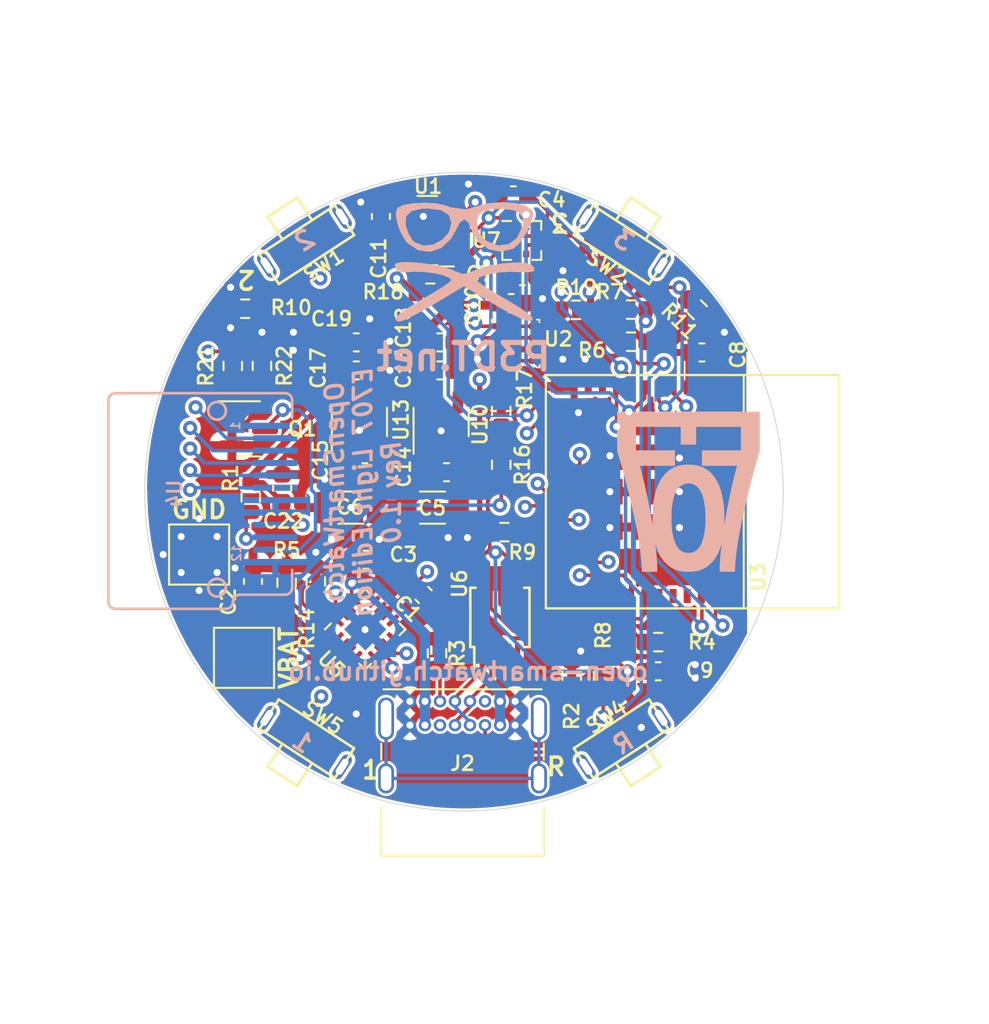
<source format=kicad_pcb>
(kicad_pcb (version 20210228) (generator pcbnew)
  (title_block (title "Open-Smartwatch-Light") (date "2021-02-18") (rev "3.3"))
  (layers (0 "F.Cu" power) (1 "In1.Cu" signal) (2 "In2.Cu" signal) (31 "B.Cu" signal) (34 "B.Paste" user) (35 "F.Paste" user) (36 "B.SilkS" user "B.Silkscreen") (37 "F.SilkS" user "F.Silkscreen") (38 "B.Mask" user) (39 "F.Mask" user) (44 "Edge.Cuts" user))
  (net 0 "")
  (net 1 "/EN")
  (net 2 "+3V3")
  (net 3 "/FLASH")
  (net 4 "GND")
  (net 5 "/VBUS")
  (net 6 "/VBAT")
  (net 7 "/LEDK")
  (net 8 "/TX")
  (net 9 "/BTN2")
  (net 10 "/BTN3")
  (net 11 "/RX")
  (net 12 "/SCL")
  (net 13 "/SDA")
  (net 14 "/PIN_LED")
  (net 15 "/STAT_PWR")
  (net 16 "/MOSI")
  (net 17 "/IO34")
  (net 18 "/IO35")
  (net 19 "Net-(R1-Pad2)")
  (net 20 "Net-(R4-Pad1)")
  (net 21 "/B_MON")
  (net 22 "/RTC_INT")
  (net 23 "/TFT_DC")
  (net 24 "/TFT_CS")
  (net 25 "/TFT_RST")
  (net 26 "Net-(R5-Pad1)")
  (net 27 "Net-(J2-PadA5)")
  (net 28 "Net-(C7-Pad1)")
  (net 41 "/SCK")
  (net 42 "/VCC")
  (net 43 "/3V3_2")
  (net 44 "Net-(Q1-Pad1)")
  (net 48 "/D_P")
  (net 49 "/D_N")
  (net 52 "Net-(J2-PadB5)")
  (net 53 "unconnected-(J2-PadS1)")
  (net 58 "Net-(R14-Pad2)")
  (net 62 "/DRDY_MAG")
  (footprint "open-Smartwatch:button_side_smd" (layer "F.Cu") (at 85.09 115.57 -57)
    (fp_text reference "SW4")
    (fp_text value "SW_Push")
  )
  (footprint "open-Smartwatch:button_side_smd" (layer "F.Cu") (at 67.31 115.57 -123)
    (fp_text reference "SW5")
    (fp_text value "SW_Push")
  )
  (footprint "Resistor_SMD:R_0603_1608Metric" (layer "F.Cu") (at 78.486 103.886)
    (fp_text reference "R9")
    (fp_text value "10k")
  )
  (footprint "Capacitor_SMD:C_0603_1608Metric" (layer "F.Cu") (at 64.262 106.68 90)
    (fp_text reference "C2")
    (fp_text value "4.7uF")
  )
  (footprint "Resistor_SMD:R_0603_1608Metric" (layer "F.Cu") (at 87.185 110.109)
    (fp_text reference "R4")
    (fp_text value "470R")
  )
  (footprint "Resistor_SMD:R_0603_1608Metric" (layer "F.Cu") (at 89.408 91.313 -45)
    (fp_text reference "R11")
    (fp_text value "10k")
  )
  (footprint "Resistor_SMD:R_0603_1608Metric" (layer "F.Cu") (at 85.6493 93.1164 180)
    (fp_text reference "R6")
    (fp_text value "1k")
  )
  (footprint "Resistor_SMD:R_0603_1608Metric" (layer "F.Cu") (at 85.6493 91.3003)
    (fp_text reference "R7")
    (fp_text value "1k")
  )
  (footprint "Capacitor_SMD:C_0603_1608Metric" (layer "F.Cu") (at 89.662 93.726)
    (fp_text reference "C8")
    (fp_text value "0.1u")
  )
  (footprint "Capacitor_SMD:C_0603_1608Metric" (layer "F.Cu") (at 87.185 111.76)
    (fp_text reference "C9")
    (fp_text value "0.1u")
  )
  (footprint "Capacitor_SMD:C_0603_1608Metric" (layer "F.Cu") (at 71.501 86.03 90)
    (fp_text reference "C11")
    (fp_text value "0.1u")
  )
  (footprint "Resistor_SMD:R_0603_1608Metric" (layer "F.Cu") (at 82.5378 91.313 180)
    (fp_text reference "R19")
    (fp_text value "220k")
  )
  (footprint "open-Smartwatch:button_side_smd" (layer "F.Cu") (at 67.31 87.63 123)
    (fp_text reference "SW1")
    (fp_text value "SW_Push")
  )
  (footprint "open-Smartwatch:MSOP-10_3x3mm_P0.5mm" (layer "F.Cu") (at 78.232 108.712 90)
    (fp_text reference "U6")
    (fp_text value "CH340E")
  )
  (footprint "Capacitor_SMD:C_0603_1608Metric" (layer "F.Cu") (at 70.65 105.45)
    (fp_text reference "C3")
    (fp_text value "1uF")
  )
  (footprint "Resistor_SMD:R_0603_1608Metric" (layer "F.Cu") (at 84.074 112.014 -90)
    (fp_text reference "R8")
    (fp_text value "10k")
  )
  (footprint "Capacitor_SMD:C_1206_3216Metric" (layer "F.Cu") (at 74.422 102.5)
    (fp_text reference "C5")
    (fp_text value "100u")
  )
  (footprint "Capacitor_SMD:C_0603_1608Metric" (layer "F.Cu") (at 75.2124 100.5)
    (fp_text reference "C14")
    (fp_text value "0.1u")
  )
  (footprint "Capacitor_SMD:C_0603_1608Metric" (layer "F.Cu") (at 74.8284 94.742)
    (fp_text reference "C16")
    (fp_text value "4.7u")
  )
  (footprint "Capacitor_SMD:C_0603_1608Metric" (layer "F.Cu") (at 74.8284 93.1545)
    (fp_text reference "C18")
    (fp_text value "0.1u")
  )
  (footprint "Package_TO_SOT_SMD:SOT-23-5" (layer "F.Cu") (at 74.9076 97.6575 90)
    (fp_text reference "U10")
    (fp_text value "XC6209")
  )
  (footprint "Resistor_SMD:R_0603_1608Metric" (layer "F.Cu") (at 74.295 90.348)
    (fp_text reference "R18")
    (fp_text value "2.2K")
  )
  (footprint "Resistor_SMD:R_0603_1608Metric" (layer "F.Cu") (at 64.135 101.917 -90)
    (fp_text reference "R1")
    (fp_text value "22")
  )
  (footprint "Resistor_SMD:R_0603_1608Metric" (layer "F.Cu") (at 63.119 94.488 90)
    (fp_text reference "R21")
    (fp_text value "10k")
  )
  (footprint "Resistor_SMD:R_0603_1608Metric" (layer "F.Cu") (at 64.77 94.488 -90)
    (fp_text reference "R22")
    (fp_text value "1M")
  )
  (footprint "Capacitor_SMD:C_0603_1608Metric" (layer "F.Cu") (at 65.913 101.409 90)
    (fp_text reference "C22")
    (fp_text value "0.1u")
  )
  (footprint "Package_TO_SOT_SMD:SOT-23" (layer "F.Cu") (at 64.008 98.044)
    (fp_text reference "Q1")
    (fp_text value "2N7002")
  )
  (footprint "Resistor_SMD:R_0603_1608Metric" (layer "F.Cu") (at 67.818 106.68 -90)
    (fp_text reference "R14")
    (fp_text value "510R")
  )
  (footprint "Resistor_SMD:R_0603_1608Metric" (layer "F.Cu") (at 78.308 97.028 90)
    (fp_text reference "R17")
    (fp_text value "10k")
  )
  (footprint "open-Smartwatch:button_side_smd" (layer "F.Cu") (at 85.09 87.63 57)
    (fp_text reference "SW2")
    (fp_text value "SW_Push")
  )
  (footprint "Capacitor_SMD:C_0603_1608Metric" (layer "F.Cu") (at 70.5896 100.5)
    (fp_text reference "C15")
    (fp_text value "0.1u")
  )
  (footprint "Capacitor_SMD:C_0603_1608Metric" (layer "F.Cu") (at 70.104 94.742)
    (fp_text reference "C17")
    (fp_text value "4.7u")
  )
  (footprint "Capacitor_SMD:C_1206_3216Metric" (layer "F.Cu") (at 69.7992 102.5 180)
    (fp_text reference "C6")
    (fp_text value "100u")
  )
  (footprint "Capacitor_SMD:C_0603_1608Metric" (layer "F.Cu") (at 70.104 93.1545)
    (fp_text reference "C19")
    (fp_text value "0.1u")
  )
  (footprint "Package_TO_SOT_SMD:SOT-23-5" (layer "F.Cu") (at 70.2848 97.6575 90)
    (fp_text reference "U13")
    (fp_text value "XC6209")
  )
  (footprint "Resistor_SMD:R_0603_1608Metric" (layer "F.Cu") (at 63.8175 91.2495 180)
    (fp_text reference "R10")
    (fp_text value "10k")
  )
  (footprint "Resistor_SMD:R_0603_1608Metric" (layer "F.Cu") (at 78.308 100.076 90)
    (fp_text reference "R16")
    (fp_text value "200k")
  )
  (footprint "Resistor_SMD:R_0603_1608Metric" (layer "F.Cu") (at 74.676 110.744 -90)
    (fp_text reference "R3")
    (fp_text value "5k1")
  )
  (footprint "TestPoint:TestPoint_Pad_3.0x3.0mm" (layer "F.Cu") (at 61.214 105.156 -90)
    (fp_text reference "TP2" hide)
    (fp_text value "BATT-VCC")
  )
  (footprint "Resistor_SMD:R_0603_1608Metric" (layer "F.Cu") (at 82.296 112.014 -90)
    (fp_text reference "R2")
    (fp_text value "5k1")
  )
  (footprint "Package_LGA:Bosch_LGA-8_2.5x2.5mm_P0.65mm_ClockwisePinNumbering" (layer "F.Cu") (at 79.121 93.218 90)
    (fp_text reference "U2")
    (fp_text value "BME280")
  )
  (footprint "Capacitor_SMD:C_0603_1608Metric" (layer "F.Cu") (at 79.502 89.408)
    (fp_text reference "C7")
    (fp_text value "220nF")
  )
  (footprint "open-Smartwatch:ESP32-PICO-MINI-02" (layer "F.Cu") (at 86.43 101.6 -90)
    (fp_text reference "U3")
    (fp_text value "ESP32-PICO-MINI-02")
  )
  (footprint "Capacitor_SMD:C_0603_1608Metric" (layer "F.Cu") (at 78.994 84.836 180)
    (fp_text reference "C4")
    (fp_text value "0.1u")
  )
  (footprint "Connector_USB:USB_C_Receptacle_GCT_USB4085" (layer "F.Cu") (at 73.142 113.458)
    (fp_text reference "J2")
    (fp_text value "USB_C_Receptacle_USB2.0")
  )
  (footprint "Capacitor_SMD:C_0603_1608Metric" (layer "F.Cu") (at 73.914 107.442 135)
    (fp_text reference "C1")
    (fp_text value "4.7uF")
  )
  (footprint "TestPoint:TestPoint_Pad_3.0x3.0mm" (layer "F.Cu") (at 63.754 110.998 -90)
    (fp_text reference "TP1" hide)
    (fp_text value "BATT-VCC")
  )
  (footprint "Resistor_SMD:R_0603_1608Metric" (layer "F.Cu") (at 66.167 106.743 90)
    (fp_text reference "R5")
    (fp_text value "10k")
  )
  (footprint "Package_LGA:LGA-12_2x2mm_P0.5mm" (layer "F.Cu") (at 79.472 87.388)
    (fp_text reference "U7")
    (fp_text value "LSM303C")
  )
  (footprint "Package_SON:RTC_SMD_MicroCrystal_C3_2.5x3.7mm" (layer "F.Cu") (at 74.125 86.83 180)
    (fp_text reference "U1")
    (fp_text value "RV-8523-C3")
  )
  (footprint "Capacitor_SMD:C_0603_1608Metric" (layer "F.Cu") (at 78.867 90.932)
    (fp_text reference "C10")
    (fp_text value "0.1u")
  )
  (footprint "Package_DFN_QFN:VQFN-16-1EP_3x3mm_P0.5mm_EP1.68x1.68mm_ThermalVias" (layer "F.Cu") (at 70.612 109.38803 45)
    (fp_text reference "U5")
    (fp_text value "BQ24230RGT")
  )
  (footprint "open-Smartwatch:GC9A01_IPS_display" (layer "B.Cu") (at 65.278 101.727 -90)
    (fp_text reference "U4")
    (fp_text value "GC9A01_IPS_display")
  )
  (footprint "open-Smartwatch:new_707_logo_10x11" (layer "B.Cu") (at 88.9 101.6 180)
    (fp_text reference "G***" hide)
    (fp_text value "LOGO" hide)
  )
  (footprint "footprints:p3dt_tiny" (layer "B.Cu") (at 76.2 88.6 180)
    (fp_text reference "G***" hide)
    (fp_text value "LOGO" hide)
  )
  (gr_arc (start 76.2 101.6) (end 94.262597 101.6) (angle -90) (layer "Edge.Cuts") (width 0.05))
  (gr_arc (start 76.2 101.6) (end 58.137403 101.6) (angle -90) (layer "Edge.Cuts") (width 0.05))
  (gr_arc (start 76.2 101.6) (end 76.2 83.537403) (angle -90) (layer "Edge.Cuts") (width 0.05))
  (gr_arc (start 76.2 101.6) (end 76.2 119.662597) (angle -90) (layer "Edge.Cuts") (width 0.05))
  (gr_text "1" (at 67.056 115.7605 -33) (layer "B.SilkS") (effects (font (size 1 1) (thickness 0.2)) (justify mirror)))
  (gr_text "P3DT.net" (at 76.1746 93.98) (layer "B.SilkS") (effects (font (size 1.5 1.5) (thickness 0.3)) (justify mirror)))
  (gr_text "R" (at 85.217 115.824 33) (layer "B.SilkS") (effects (font (size 1 1) (thickness 0.2)) (justify mirror)))
  (gr_text "3" (at 85.217 87.376 -33) (layer "B.SilkS") (effects (font (size 1 1) (thickness 0.2)) (justify mirror)))
  (gr_text "2" (at 67.183 87.376 33) (layer "B.SilkS") (effects (font (size 1 1) (thickness 0.2)) (justify mirror)))
  (gr_text "open-smartwatch.github.io" (at 76.4413 111.76) (layer "B.SilkS") (effects (font (size 1 1) (thickness 0.2)) (justify mirror)))
  (gr_text "OpenSmartWatch\nE707 Light Edition\nRev 1.0" (at 70.485 101.6 90) (layer "B.SilkS") (effects (font (size 1 1) (thickness 0.2) italic) (justify mirror)))
  (gr_text "GND" (at 61.214 102.616) (layer "F.SilkS") (effects (font (size 1 1) (thickness 0.2))))
  (gr_text "R" (at 81.407 117.1575) (layer "F.SilkS") (effects (font (size 1 1) (thickness 0.2))))
  (gr_text "1" (at 70.9295 117.348) (layer "F.SilkS") (effects (font (size 1 1) (thickness 0.2))))
  (gr_text "3" (at 81.5975 86.36 180) (layer "F.SilkS") (effects (font (size 1 1) (thickness 0.2))))
  (gr_text "2" (at 63.881 89.5985 180) (layer "F.SilkS") (effects (font (size 1 1) (thickness 0.2))))
  (gr_text "VBAT" (at 66.294 110.998 90) (layer "F.SilkS") (effects (font (size 1 1) (thickness 0.2))))
  (segment (start 84.074 114.336694) (end 82.993535 115.417159) (width 0.2) (layer "F.Cu") (net 1))
  (segment (start 84.83 95.7) (end 84.83 97.911) (width 0.2) (layer "F.Cu") (net 1))
  (segment (start 84.83 97.911) (end 84.836 97.917) (width 0.2) (layer "F.Cu") (net 1))
  (segment (start 84.074 112.839) (end 84.074 114.336694) (width 0.2) (layer "F.Cu") (net 1))
  (via (at 84.074 114.336694) (size 0.8) (drill 0.4) (layers "F.Cu" "B.Cu") (net 1))
  (via (at 84.836 97.917) (size 0.8) (drill 0.4) (layers "F.Cu" "B.Cu") (net 1))
  (segment (start 85.979 113.157) (end 86.233 112.903) (width 0.2) (layer "B.Cu") (net 1))
  (segment (start 85.344 98.425) (end 84.836 97.917) (width 0.2) (layer "B.Cu") (net 1))
  (segment (start 85.344 106.553) (end 85.344 103.505) (width 0.2) (layer "B.Cu") (net 1))
  (segment (start 84.799306 114.336694) (end 85.979 113.157) (width 0.2) (layer "B.Cu") (net 1))
  (segment (start 86.233 111.379) (end 86.233 107.442) (width 0.2) (layer "B.Cu") (net 1))
  (segment (start 86.233 107.442) (end 85.471 106.68) (width 0.2) (layer "B.Cu") (net 1))
  (segment (start 85.344 103.505) (end 85.344 98.425) (width 0.2) (layer "B.Cu") (net 1))
  (segment (start 86.233 112.903) (end 86.233 111.379) (width 0.2) (layer "B.Cu") (net 1))
  (segment (start 85.471 106.68) (end 85.344 106.553) (width 0.2) (layer "B.Cu") (net 1))
  (segment (start 84.074 114.336694) (end 84.799306 114.336694) (width 0.2) (layer "B.Cu") (net 1))
  (segment (start 82.250847 87.040153) (end 82.348694 87.138) (width 0.2) (layer "F.Cu") (net 2))
  (segment (start 80.046694 84.836) (end 82.250847 87.040153) (width 0.2) (layer "F.Cu") (net 2))
  (segment (start 75.225 90.243) (end 75.12 90.348) (width 0.2) (layer "F.Cu") (net 2))
  (segment (start 88.83 95.7) (end 88.83 93.783) (width 0.2) (layer "F.Cu") (net 2))
  (segment (start 78.7095 87.4065) (end 77.3125 87.4065) (width 0.4) (layer "F.Cu") (net 2))
  (segment (start 74.0534 93.1545) (end 74.0534 94.742) (width 0.5) (layer "F.Cu") (net 2))
  (segment (start 73.025 86.83) (end 71.526 86.83) (width 0.2) (layer "F.Cu") (net 2))
  (segment (start 83.3628 91.5416) (end 83.6041 91.3003) (width 0.4) (layer "F.Cu") (net 2))
  (segment (start 78.7095 87.138) (end 78.7095 87.638) (width 0.2) (layer "F.Cu") (net 2))
  (segment (start 87.5284 93.1164) (end 88.138 93.726) (width 0.4) (layer "F.Cu") (net 2))
  (segment (start 86.4743 93.1164) (end 86.616662 93.1164) (width 0.4) (layer "F.Cu") (net 2))
  (segment (start 77.661 104.838) (end 77.3811 105.1179) (width 0.2) (layer "F.Cu") (net 2))
  (segment (start 79.289 92.243) (end 80.146 92.243) (width 0.2) (layer "F.Cu") (net 2))
  (segment (start 80.2345 86.7705) (end 80.2345 87.138) (width 0.2) (layer "F.Cu") (net 2))
  (segment (start 77.232 106.512) (end 77.232 105.267) (width 0.2) (layer "F.Cu") (net 2))
  (segment (start 78.092 91.046) (end 79.289 92.243) (width 0.2) (layer "F.Cu") (net 2))
  (segment (start 86.41 111.76) (end 85.4578 111.76) (width 0.2) (layer "F.Cu") (net 2))
  (segment (start 77.3125 87.4065) (end 76.289 88.43) (width 0.4) (layer "F.Cu") (net 2))
  (segment (start 70.384306 86.805) (end 71.501 86.805) (width 0.2) (layer "F.Cu") (net 2))
  (segment (start 77.47 105.029) (end 78.359 105.029) (width 0.2) (layer "F.Cu") (net 2))
  (segment (start 78.092 90.932) (end 78.092 91.046) (width 0.2) (layer "F.Cu") (net 2))
  (segment (start 77.232 105.267) (end 77.3811 105.1179) (width 0.2) (layer "F.Cu") (net 2))
  (segment (start 74.2696 92.3036) (end 75.12 91.4532) (width 0.5) (layer "F.Cu") (net 2))
  (segment (start 83.6041 91.3003) (end 84.5957 91.3003) (width 0.4) (layer "F.Cu") (net 2))
  (segment (start 77.3811 105.1179) (end 77.47 105.029) (width 0.2) (layer "F.Cu") (net 2))
  (segment (start 70.384306 86.805) (end 70.599 86.805) (width 0.2) (layer "F.Cu") (net 2))
  (segment (start 71.526 86.83) (end 71.501 86.805) (width 0.2) (layer "F.Cu") (net 2))
  (segment (start 79.446 92.893) (end 80.146 92.893) (width 0.2) (layer "F.Cu") (net 2))
  (segment (start 75.12 90.348) (end 75.822 91.05) (width 0.5) (layer "F.Cu") (net 2))
  (segment (start 88.138 93.726) (end 88.887 93.726) (width 0.4) (layer "F.Cu") (net 2))
  (segment (start 78.7095 87.138) (end 80.2345 87.138) (width 0.2) (layer "F.Cu") (net 2))
  (segment (start 79.769 84.836) (end 80.046694 84.836) (width 0.2) (layer "F.Cu") (net 2))
  (segment (start 84.074 111.189) (end 84.8868 111.189) (width 0.2) (layer "F.Cu") (net 2))
  (segment (start 74.0534 96.4242) (end 73.9576 96.52) (width 0.5) (layer "F.Cu") (net 2))
  (segment (start 86.4118 93.1164) (end 86.4743 93.1164) (width 0.4) (layer "F.Cu") (net 2))
  (segment (start 82.250847 87.040153) (end 82.993535 87.782841) (width 0.2) (layer "F.Cu") (net 2))
  (segment (start 69.406465 87.782841) (end 70.384306 86.805) (width 0.2) (layer "F.Cu") (net 2))
  (segment (start 84.5957 91.3003) (end 86.4118 93.1164) (width 0.4) (layer "F.Cu") (net 2))
  (segment (start 76.9784 91.05) (end 76.7588 91.05) (width 0.2) (layer "F.Cu") (net 2))
  (segment (start 78.732 105.402) (end 78.732 106.512) (width 0.2) (layer "F.Cu") (net 2))
  (segment (start 80.146 92.243) (end 80.146 92.893) (width 0.2) (layer "F.Cu") (net 2))
  (segment (start 83.3628 88.152106) (end 82.993535 87.782841) (width 0.4) (layer "F.Cu") (net 2))
  (segment (start 74.0534 94.742) (end 74.0534 96.4242) (width 0.5) (layer "F.Cu") (net 2))
  (segment (start 75.12 91.4532) (end 75.12 90.348) (width 0.5) (layer "F.Cu") (net 2))
  (segment (start 77.661 103.886) (end 77.089 103.314) (width 0.3) (layer "F.Cu") (net 2))
  (segment (start 75.225 88.43) (end 75.225 90.243) (width 0.4) (layer "F.Cu") (net 2))
  (segment (start 83.3628 91.5416) (end 83.3628 88.152106) (width 0.4) (layer "F.Cu") (net 2))
  (segment (start 84.8868 111.189) (end 85.4578 111.76) (width 0.2) (layer "F.Cu") (net 2))
  (segment (start 80.146 94.193) (end 79.446 94.193) (width 0.2) (layer "F.Cu") (net 2))
  (segment (start 80.2345 87.138) (end 82.348694 87.138) (width 0.2) (layer "F.Cu") (net 2))
  (segment (start 80.917347 85.706653) (end 80.917347 86.087653) (width 0.2) (layer "F.Cu") (net 2))
  (segment (start 77.089 103.314) (end 77.089 95.25) (width 0.3) (layer "F.Cu") (net 2))
  (segment (start 75.822 91.05) (end 78.1304 91.05) (width 0.5) (layer "F.Cu") (net 2))
  (segment (start 74.2696 92.3036) (end 73.2536 92.3036) (width 0.5) (layer "F.Cu") (net 2))
  (segment (start 73.2536 92.3036) (end 69.406465 88.456465) (width 0.5) (layer "F.Cu") (net 2))
  (segment (start 74.0534 93.1545) (end 74.0534 92.5198) (width 0.5) (layer "F.Cu") (net 2))
  (segment (start 78.096 93.543) (end 78.796 93.543) (width 0.2) (layer "F.Cu") (net 2))
  (segment (start 78.359 105.029) (end 78.732 105.402) (width 0.2) (layer "F.Cu") (net 2))
  (segment (start 78.796 93.543) (end 79.446 92.893) (width 0.2) (layer "F.Cu") (net 2))
  (segment (start 80.917347 86.087653) (end 80.2345 86.7705) (width 0.2) (layer "F.Cu") (net 2))
  (segment (start 69.406465 88.456465) (end 69.406465 87.782841) (width 0.5) (layer "F.Cu") (net 2))
  (segment (start 79.446 94.193) (end 78.796 93.543) (width 0.2) (layer "F.Cu") (net 2))
  (segment (start 77.661 103.886) (end 77.661 104.838) (width 0.2) (layer "F.Cu") (net 2))
  (segment (start 76.289 88.43) (end 75.225 88.43) (width 0.4) (layer "F.Cu") (net 2))
  (segment (start 88.83 93.783) (end 88.887 93.726) (width 0.2) (layer "F.Cu") (net 2))
  (segment (start 74.0534 92.5198) (end 74.2696 92.3036) (width 0.5) (layer "F.Cu") (net 2))
  (segment (start 86.4743 93.1164) (end 87.5284 93.1164) (width 0.4) (layer "F.Cu") (net 2))
  (segment (start 77.978 105.029) (end 77.47 105.029) (width 0.2) (layer "F.Cu") (net 2))
  (via (at 77.978 105.029) (size 0.8) (drill 0.4) (layers "F.Cu" "B.Cu") (net 2))
  (via (at 83.312 90.297) (size 0.8) (drill 0.4) (layers "F.Cu" "B.Cu") (net 2))
  (via (at 77.089 95.25) (size 0.8) (drill 0.4) (layers "F.Cu" "B.Cu") (net 2))
  (via (at 85.4578 111.76) (size 0.8) (drill 0.4) (layers "F.Cu" "B.Cu") (net 2))
  (via (at 76.7588 91.05) (size 0.8) (drill 0.4) (layers "F.Cu" "B.Cu") (net 2))
  (segment (start 77.978 105.029) (end 77.978 108.966) (width 0.2) (layer "B.Cu") (net 2))
  (segment (start 84.582 111.76) (end 85.4578 111.76) (width 0.2) (layer "B.Cu") (net 2))
  (segment (start 80.772 111.76) (end 85.4578 111.76) (width 0.2) (layer "B.Cu") (net 2))
  (segment (start 77.978 108.966) (end 80.772 111.76) (width 0.2) (layer "B.Cu") (net 2))
  (segment (start 67.712582 113.592618) (end 68.1228 113.1824) (width 0.2) (layer "F.Cu") (net 3))
  (segment (start 81.53 105.6) (end 84.3412 105.6) (width 0.2) (layer "F.Cu") (net 3))
  (segment (start 66.596918 113.592618) (end 67.712582 113.592618) (width 0.2) (layer "F.Cu") (net 3))
  (segment (start 79.311 103.886) (end 81.025 105.6) (width 0.2) (layer "F.Cu") (net 3))
  (segment (start 81.025 105.6) (end 81.53 105.6) (width 0.2) (layer "F.Cu") (net 3))
  (segment (start 84.3412 105.6) (end 84.3788 105.5624) (width 0.2) (layer "F.Cu") (net 3))
  (via (at 68.1228 113.1824) (size 0.8) (drill 0.4) (layers "F.Cu" "B.Cu") (net 3))
  (via (at 84.3788 105.5624) (size 0.8) (drill 0.4) (layers "F.Cu" "B.Cu") (net 3))
  (segment (start 75.6034 94.742) (end 76.327 94.742) (width 0.2) (layer "F.Cu") (net 4))
  (segment (start 78.219 84.836) (end 78.1812 84.836) (width 0.2) (layer "F.Cu") (net 4))
  (segment (start 77.5208 84.1756) (end 72.5804 84.1756) (width 0.2) (layer "F.Cu") (net 4))
  (segment (start 71.501 85.255) (end 72.276 86.03) (width 0.2) (layer "F.Cu") (net 4))
  (segment (start 74.9076 98.795) (end 74.9076 99.3209) (width 0.2) (layer "F.Cu") (net 4))
  (segment (start 70.2848 99.3209) (end 71.3646 100.4007) (width 0.2) (layer "F.Cu") (net 4))
  (segment (start 79.83288 87.638) (end 79.722 87.74888) (width 0.2) (layer "F.Cu") (net 4))
  (segment (start 72.276 86.03) (end 73.025 86.03) (width 0.2) (layer "F.Cu") (net 4))
  (segment (start 74.9076 99.3209) (end 75.9874 100.4007) (width 0.2) (layer "F.Cu") (net 4))
  (segment (start 78.1812 84.836) (end 77.5208 84.1756) (width 0.2) (layer "F.Cu") (net 4))
  (segment (start 70.2848 98.795) (end 70.2848 99.3209) (width 0.2) (layer "F.Cu") (net 4))
  (segment (start 80.2345 87.638) (end 79.83288 87.638) (width 0.2) (layer "F.Cu") (net 4))
  (segment (start 73.9 86.0298) (end 73.0252 86.0298) (width 0.2) (layer "F.Cu") (net 4))
  (segment (start 79.722 87.74888) (end 79.722 88.1505) (width 0.2) (layer "F.Cu") (net 4))
  (segment (start 76.327 94.742) (end 76.962 94.107) (width 0.2) (layer "F.Cu") (net 4))
  (segment (start 73.0252 86.0298) (end 73.025 86.03) (width 0.2) (layer "F.Cu") (net 4))
  (segment (start 72.5804 84.1756) (end 71.501 85.255) (width 0.2) (layer "F.Cu") (net 4))
  (via (at 82.677 97.1296) (size 0.8) (drill 0.4) (layers "F.Cu" "B.Cu") (net 4))
  (via (at 72.009 93.091) (size 0.8) (drill 0.4) (layers "F.Cu" "B.Cu") (net 4))
  (via (at 89.281 112.141) (size 0.8) (drill 0.4) (layers "F.Cu" "B.Cu") (net 4))
  (via (at 60.198 104.14) (size 0.8) (drill 0.4) (layers "F.Cu" "B.Cu") (net 4))
  (via (at 83.058 94.107) (size 0.8) (drill 0.4) (layers "F.Cu" "B.Cu") (net 4))
  (via (at 62.23 106.172) (size 0.8) (drill 0.4) (layers "F.Cu" "B.Cu") (net 4))
  (via (at 73.9 86.0298) (size 0.8) (drill 0.4) (layers "F.Cu" "B.Cu") (net 4))
  (via (at 88.392 103.632) (size 0.8) (drill 0.4) (layers "F.Cu" "B.Cu") (net 4))
  (via (at 84.455 101.6) (size 0.8) (drill 0.4) (layers "F.Cu" "B.Cu") (net 4))
  (via (at 62.992 92.329) (size 0.8) (drill 0.4) (layers "F.Cu" "B.Cu") (net 4))
  (via (at 90.932 92.583) (size 0.8) (drill 0.4) (layers "F.Cu" "B.Cu") (net 4))
  (via (at 76.4 104.2) (size 0.8) (drill 0.4) (layers "F.Cu" "B.Cu") (net 4))
  (via (at 68.326 100.90251) (size 0.8) (drill 0.4) (layers "F.Cu" "B.Cu") (net 4))
  (via (at 84.455 99.568) (size 0.8) (drill 0.4) (layers "F.Cu" "B.Cu") (net 4))
  (via (at 70.2818 98.13391) (size 0.8) (drill 0.4) (layers "F.Cu" "B.Cu") (net 4))
  (via (at 71.4 104.3) (size 0.8) (drill 0.4) (layers "F.Cu" "B.Cu") (net 4))
  (via (at 70.358 85.217) (size 0.8) (drill 0.4) (layers "F.Cu" "B.Cu") (net 4))
  (via (at 81.788 94.107) (size 0.8) (drill 0.4) (layers "F.Cu" "B.Cu") (net 4))
  (via (at 61.214 103.124) (size 0.8) (drill 0.4) (layers "F.Cu" "B.Cu") (net 4))
  (via (at 70.104 114.173) (size 0.8) (drill 0.4) (layers "F.Cu" "B.Cu") (net 4))
  (via (at 81.8 89.1) (size 0.8) (drill 0.4) (layers "F.Cu" "B.Cu") (net 4))
  (via (at 76.962 94.107) (size 0.8) (drill 0.4) (layers "F.Cu" "B.Cu") (net 4))
  (via (at 67.818 105.029) (size 0.8) (drill 0.4) (layers "F.Cu" "B.Cu") (net 4))
  (via (at 88.392 101.6) (size 0.8) (drill 0.4) (layers "F.Cu" "B.Cu") (net 4))
  (via (at 64.77 92.583) (size 0.8) (drill 0.4) (layers "F.Cu" "B.Cu") (net 4))
  (via (at 86.233 114.935) (size 0.8) (drill 0.4) (layers "F.Cu" "B.Cu") (net 4))
  (via (at 80.645 90.678) (size 0.8) (drill 0.4) (layers "F.Cu" "B.Cu") (net 4))
  (via (at 70.866 91.821) (size 0.8) (drill 0.4) (layers "F.Cu" "B.Cu") (net 4))
  (via (at 74.9076 98.15931) (size 0.8) (drill 0.4) (layers "F.Cu" "B.Cu") (net 4))
  (via (at 59.182 105.156) (size 0.8) (drill 0.4) (layers "F.Cu" "B.Cu") (net 4))
  (via (at 75.3 104.2) (size 0.8) (drill 0.4) (layers "F.Cu" "B.Cu") (net 4))
  (via (at 62.23 104.14) (size 0.8) (drill 0.4) (layers "F.Cu" "B.Cu") (net 4))
  (via (at 76.454 84.201) (size 0.8) (drill 0.4) (layers "F.Cu" "B.Cu") (net 4))
  (via (at 82.804 110.617) (size 0.8) (drill 0.4) (layers "F.Cu" "B.Cu") (net 4))
  (via (at 66.548 92.583) (size 0.8) (drill 0.4) (layers "F.Cu" "B.Cu") (net 4))
  (via (at 88.392 99.695) (size 0.8) (drill 0.4) (layers "F.Cu" "B.Cu") (net 4))
  (via (at 66.548 93.599) (size 0.8) (drill 0.4) (layers "F.Cu" "B.Cu") (net 4))
  (via (at 60.198 106.172) (size 0.8) (drill 0.4) (layers "F.Cu" "B.Cu") (net 4))
  (via (at 84.455 103.632) (size 0.8) (drill 0.4) (layers "F.Cu" "B.Cu") (net 4))
  (via (at 70.6 109.4) (size 0.8) (drill 0.4) (layers "F.Cu" "B.Cu") (net 4))
  (via (at 69.7992 102.5) (size 0.8) (drill 0.4) (layers "F.Cu" "B.Cu") (net 4))
  (via (at 62.992 90.043) (size 0.8) (drill 0.4) (layers "F.Cu" "B.Cu") (net 4))
  (via (at 72.009 94.742) (size 0.8) (drill 0.4) (layers "F.Cu" "B.Cu") (net 4))
  (via (at 89.281 111.379) (size 0.8) (drill 0.4) (layers "F.Cu" "B.Cu") (net 4))
  (via (at 63.246 105.918) (size 0.8) (drill 0.4) (layers "F.Cu" "B.Cu") (net 4))
  (via (at 68.7 104.3) (size 0.8) (drill 0.4) (layers "F.Cu" "B.Cu") (net 4))
  (via (at 61.214 107.188) (size 0.8) (drill 0.4) (layers "F.Cu" "B.Cu") (net 4))
  (segment (start 69.837 105.664) (end 69.837 107.55237) (width 0.2) (layer "F.Cu") (net 5))
  (segment (start 69.85 105.677) (end 69.837 105.664) (width 0.6) (layer "F.Cu") (net 5))
  (segment (start 69.85 106.7816) (end 69.85 105.677) (width 0.6) (layer "F.Cu") (net 5))
  (segment (start 69.837 107.55237) (end 70.108186 107.823556) (width 0.2) (layer "F.Cu") (net 5))
  (via (at 69.85 106.7816) (size 0.8) (drill 0.4) (layers "F.Cu" "B.Cu") (net 5))
  (segment (start 73.992 113.458) (end 73.992 111.8344) (width 0.6) (layer "B.Cu") (net 5))
  (segment (start 78.242 112.963026) (end 78.242 113.458) (width 0.6) (layer "B.Cu") (net 5))
  (segment (start 71.3232 106.9848) (end 71.12 106.7816) (width 0.6) (layer "B.Cu") (net 5))
  (segment (start 73.992 111.8344) (end 73.992 109.6536) (width 0.6) (layer "B.Cu") (net 5))
  (segment (start 77.113374 111.8344) (end 78.242 112.963026) (width 0.6) (layer "B.Cu") (net 5))
  (segment (start 71.12 106.7816) (end 69.85 106.7816) (width 0.6) (layer "B.Cu") (net 5))
  (segment (start 78.242 113.458) (end 78.242 114.808) (width 0.6) (layer "B.Cu") (net 5))
  (segment (start 73.992 109.6536) (end 71.3232 106.9848) (width 0.6) (layer "B.Cu") (net 5))
  (segment (start 73.992 114.808) (end 73.992 113.458) (width 0.6) (layer "B.Cu") (net 5))
  (segment (start 73.992 111.8344) (end 77.113374 111.8344) (width 0.6) (layer "B.Cu") (net 5))
  (segment (start 68.902477 110.744) (end 68.326 110.744) (width 0.2) (layer "F.Cu") (net 6))
  (segment (start 64.262 107.455) (end 64.262 110.49) (width 0.4) (layer "F.Cu") (net 6))
  (segment (start 78.308 102.286) (end 78.232 102.362) (width 0.2) (layer "F.Cu") (net 6))
  (segment (start 68.326 110.744) (end 68.5165 110.9345) (width 0.2) (layer "F.Cu") (net 6))
  (segment (start 68.58 110.998) (end 69.355583 110.998) (width 0.2) (layer "F.Cu") (net 6))
  (segment (start 64.262 110.49) (end 63.754 110.998) (width 0.4) (layer "F.Cu") (net 6))
  (segment (start 68.5165 110.9345) (end 68.58 110.998) (width 0.2) (layer "F.Cu") (net 6))
  (segment (start 78.308 100.901) (end 78.308 102.286) (width 0.2) (layer "F.Cu") (net 6))
  (segment (start 69.355583 110.998) (end 69.754633 110.59895) (width 0.2) (layer "F.Cu") (net 6))
  (segment (start 69.40108 110.245397) (end 68.902477 110.744) (width 0.2) (layer "F.Cu") (net 6))
  (segment (start 68.453 110.998) (end 68.5165 110.9345) (width 0.4) (layer "F.Cu") (net 6))
  (segment (start 63.754 110.998) (end 68.453 110.998) (width 0.4) (layer "F.Cu") (net 6))
  (via (at 66.929 110.998) (size 0.8) (drill 0.4) (layers "F.Cu" "B.Cu") (net 6))
  (via (at 78.232 102.362) (size 0.8) (drill 0.4) (layers "F.Cu" "B.Cu") (net 6))
  (segment (start 71.628 102.362) (end 68.707 105.283) (width 0.2) (layer "B.Cu") (net 6))
  (segment (start 68.707 105.283) (end 66.929 107.061) (width 0.2) (layer "B.Cu") (net 6))
  (segment (start 66.929 107.061) (end 66.929 110.998) (width 0.2) (layer "B.Cu") (net 6))
  (segment (start 78.232 102.362) (end 71.628 102.362) (width 0.2) (layer "B.Cu") (net 6))
  (segment (start 65.9384 97.0511) (end 65.9384 96.9772) (width 0.2) (layer "F.Cu") (net 7))
  (segment (start 64.9455 98.044) (end 65.9384 97.0511) (width 0.2) (layer "F.Cu") (net 7))
  (via (at 65.9384 96.9772) (size 0.8) (drill 0.4) (layers "F.Cu" "B.Cu") (net 7))
  (segment (start 67.8 103.9802) (end 67.8 101.728262) (width 0.2) (layer "B.Cu") (net 7))
  (segment (start 67.8 101.728262) (end 67.564 101.492262) (width 0.2) (layer "B.Cu") (net 7))
  (segment (start 67.564 101.492262) (end 67.564 97.663) (width 0.2) (layer "B.Cu") (net 7))
  (segment (start 66.9032 104.877) (end 67.8 103.9802) (width 0.2) (layer "B.Cu") (net 7))
  (segment (start 67.564 97.663) (end 66.8782 96.9772) (width 0.2) (layer "B.Cu") (net 7))
  (segment (start 66.8782 96.9772) (end 65.9384 96.9772) (width 0.2) (layer "B.Cu") (net 7))
  (segment (start 65.528 104.877) (end 66.9032 104.877) (width 0.2) (layer "B.Cu") (net 7))
  (segment (start 87.23 107.5) (end 87.23 109.329) (width 0.2) (layer "F.Cu") (net 8))
  (segment (start 87.23 109.329) (end 88.01 110.109) (width 0.2) (layer "F.Cu") (net 8))
  (segment (start 88.1058 110.0132) (end 88.01 110.109) (width 0.2) (layer "F.Cu") (net 8))
  (segment (start 66.596918 89.607382) (end 67.999618 89.607382) (width 0.2) (layer "F.Cu") (net 9))
  (segment (start 88.03 96.031) (end 88.773 96.774) (width 0.2) (layer "F.Cu") (net 9))
  (segment (start 88.03 95.7) (end 88.03 96.031) (width 0.2) (layer "F.Cu") (net 9))
  (segment (start 67.999618 89.607382) (end 68.072 89.535) (width 0.2) (layer "F.Cu") (net 9))
  (segment (start 66.284618 89.607382) (end 66.596918 89.607382) (width 0.2) (layer "F.Cu") (net 9))
  (segment (start 64.6425 91.2495) (end 66.284618 89.607382) (width 0.2) (layer "F.Cu") (net 9))
  (via (at 68.072 89.535) (size 0.8) (drill 0.4) (layers "F.Cu" "B.Cu") (net 9))
  (via (at 88.773 96.774) (size 0.8) (drill 0.4) (layers "F.Cu" "B.Cu") (net 9))
  (segment (start 87.23 95.7) (end 87.23 96.4756) (width 0.2) (layer "F.Cu") (net 10))
  (segment (start 86.2387 90.043) (end 88.392 90.043) (width 0.2) (layer "F.Cu") (net 10))
  (segment (start 85.803082 89.607382) (end 86.2387 90.043) (width 0.2) (layer "F.Cu") (net 10))
  (segment (start 87.23 96.4756) (end 87.5792 96.8248) (width 0.2) (layer "F.Cu") (net 10))
  (segment (start 88.392 90.043) (end 88.392 90.297) (width 0.2) (layer "F.Cu") (net 10))
  (segment (start 88.392 90.297) (end 88.824637 90.729637) (width 0.2) (layer "F.Cu") (net 10))
  (via (at 88.392 90.043) (size 0.8) (drill 0.4) (layers "F.Cu" "B.Cu") (net 10))
  (via (at 87.5792 96.8248) (size 0.8) (drill 0.4) (layers "F.Cu" "B.Cu") (net 10))
  (segment (start 88.5444 90.1954) (end 88.392 90.043) (width 0.2) (layer "B.Cu") (net 10))
  (segment (start 87.5792 96.8248) (end 88.5444 95.8596) (width 0.2) (layer "B.Cu") (net 10))
  (segment (start 88.5444 95.8596) (end 88.5444 90.1954) (width 0.2) (layer "B.Cu") (net 10))
  (segment (start 78.232 107.95) (end 79.0702 108.7882) (width 0.2) (layer "F.Cu") (net 11))
  (segment (start 86.43 108.515) (end 86.43 107.5) (width 0.2) (layer "F.Cu") (net 11))
  (segment (start 79.0702 108.7882) (end 86.1568 108.7882) (width 0.2) (layer "F.Cu") (net 11))
  (segment (start 78.232 106.512) (end 78.232 107.95) (width 0.2) (layer "F.Cu") (net 11))
  (segment (start 86.1568 108.7882) (end 86.43 108.515) (width 0.2) (layer "F.Cu") (net 11))
  (segment (start 76.835 92.075) (end 77.003 92.243) (width 0.2) (layer "F.Cu") (net 12))
  (segment (start 77.597 86.106) (end 76.873 86.83) (width 0.2) (layer "F.Cu") (net 12))
  (segment (start 86.4743 91.5289) (end 86.487 91.5416) (width 0.2) (layer "F.Cu") (net 12))
  (segment (start 78.1775 86.106) (end 77.597 86.106) (width 0.2) (layer "F.Cu") (net 12))
  (segment (start 78.7095 86.638) (end 78.1775 86.106) (width 0.2) (layer "F.Cu") (net 12))
  (segment (start 89.662 109.22) (end 89.662 107.532) (width 0.2) (layer "F.Cu") (net 12))
  (segment (start 89.662 107.532) (end 89.63 107.5) (width 0.2) (layer "F.Cu") (net 12))
  (segment (start 77.003 92.243) (end 78.096 92.243) (width 0.2) (layer "F.Cu") (net 12))
  (segment (start 76.873 86.83) (end 75.225 86.83) (width 0.2) (layer "F.Cu") (net 12))
  (segment (start 86.487 91.5416) (end 86.487 91.948) (width 0.2) (layer "F.Cu") (net 12))
  (via (at 86.487 91.948) (size 0.8) (drill 0.4) (layers "F.Cu" "B.Cu") (net 12))
  (via (at 77.597 86.106) (size 0.8) (drill 0.4) (layers "F.Cu" "B.Cu") (net 12))
  (via (at 76.835 92.075) (size 0.8) (drill 0.4) (layers "F.Cu" "B.Cu") (net 12))
  (via (at 89.662 109.22) (size 0.8) (drill 0.4) (layers "F.Cu" "B.Cu") (net 12))
  (segment (start 78.486 85.217) (end 80.518 85.217) (width 0.2) (layer "B.Cu") (net 12))
  (segment (start 89.662 109.22) (end 86.229011 105.787011) (width 0.2) (layer "B.Cu") (net 12))
  (segment (start 86.229011 92.205989) (end 86.487 91.948) (width 0.2) (layer "B.Cu") (net 12))
  (segment (start 77.597 86.106) (end 78.486 85.217) (width 0.2) (layer "B.Cu") (net 12))
  (segment (start 86.229011 105.787011) (end 86.229011 92.205989) (width 0.2) (layer "B.Cu") (net 12))
  (segment (start 80.518 85.217) (end 86.487 91.186) (width 0.2) (layer "B.Cu") (net 12))
  (segment (start 86.487 91.186) (end 86.487 91.948) (width 0.2) (layer "B.Cu") (net 12))
  (segment (start 76.022 86.03) (end 76.835 85.217) (width 0.2) (layer "F.Cu") (net 13))
  (segment (start 77.16 92.893) (end 76.962 93.091) (width 0.2) (layer "F.Cu") (net 13))
  (segment (start 75.225 86.03) (end 76.022 86.03) (width 0.2) (layer "F.Cu") (net 13))
  (segment (start 78.096 92.893) (end 77.16 92.893) (width 0.2) (layer "F.Cu") (net 13))
  (segment (start 84.8243 93.1164) (end 86.0689 94.361) (width 0.2) (layer "F.Cu") (net 13))
  (segment (start 90.43 107.5) (end 90.43 108.7688) (width 0.2) (layer "F.Cu") (net 13))
  (segment (start 77.978 88.138) (end 77.47 88.646) (width 0.2) (layer "F.Cu") (net 13))
  (segment (start 78.7095 88.138) (end 77.978 88.138) (width 0.2) (layer "F.Cu") (net 13))
  (segment (start 90.43 108.7688) (end 90.8304 109.1692) (width 0.2) (layer "F.Cu") (net 13))
  (segment (start 86.0689 94.361) (end 87.503 94.361) (width 0.2) (layer "F.Cu") (net 13))
  (via (at 90.8304 109.1692) (size 0.8) (drill 0.4) (layers "F.Cu" "B.Cu") (net 13))
  (via (at 76.962 93.091) (size 0.8) (drill 0.4) (layers "F.Cu" "B.Cu") (net 13))
  (via (at 76.835 85.217) (size 0.8) (drill 0.4) (layers "F.Cu" "B.Cu") (net 13))
  (via (at 77.47 88.646) (size 0.8) (drill 0.4) (layers "F.Cu" "B.Cu") (net 13))
  (via (at 87.503 94.361) (size 0.8) (drill 0.4) (layers "F.Cu" "B.Cu") (net 13))
  (segment (start 76.835 85.217) (end 76.835 88.011) (width 0.2) (layer "B.Cu") (net 13))
  (segment (start 86.67851 105.01731) (end 86.67851 95.18549) (width 0.2) (layer "B.Cu") (net 13))
  (segment (start 76.835 88.011) (end 77.47 88.646) (width 0.2) (layer "B.Cu") (net 13))
  (segment (start 77.47 88.646) (end 77.724 88.9) (width 0.2) (layer "B.Cu") (net 13))
  (segment (start 77.724 88.9) (end 77.724 92.329) (width 0.2) (layer "B.Cu") (net 13))
  (segment (start 77.724 92.329) (end 76.962 93.091) (width 0.2) (layer "B.Cu") (net 13))
  (segment (start 90.8304 109.1692) (end 86.67851 105.01731) (width 0.2) (layer "B.Cu") (net 13))
  (segment (start 86.67851 95.18549) (end 87.503 94.361) (width 0.2) (layer "B.Cu") (net 13))
  (segment (start 82.7532 100.0252) (end 82.7532 99.4664) (width 0.2) (layer "F.Cu") (net 14))
  (segment (start 63.119 93.663) (end 61.7342 93.663) (width 0.2) (layer "F.Cu") (net 14))
  (segment (start 81.9784 100.8) (end 82.7532 100.0252) (width 0.2) (layer "F.Cu") (net 14))
  (segment (start 61.7342 93.663) (end 61.722 93.6752) (width 0.2) (layer "F.Cu") (net 14))
  (segment (start 81.53 100.8) (end 81.9784 100.8) (width 0.2) (layer "F.Cu") (net 14))
  (via (at 82.7532 99.4664) (size 0.8) (drill 0.4) (layers "F.Cu" "B.Cu") (net 14))
  (via (at 61.722 93.6752) (size 0.8) (drill 0.4) (layers "F.Cu" "B.Cu") (net 14))
  (segment (start 72.321523 110.744) (end 72.9488 110.744) (width 0.2) (layer "F.Cu") (net 15))
  (segment (start 85.63 95.111623) (end 85.089398 94.571021) (width 0.2) (layer "F.Cu") (net 15))
  (segment (start 85.63 95.7) (end 85.63 95.111623) (width 0.2) (layer "F.Cu") (net 15))
  (segment (start 71.82292 110.245397) (end 72.321523 110.744) (width 0.2) (layer "F.Cu") (net 15))
  (segment (start 81.725 90.3224) (end 81.725 91.5294) (width 0.2) (layer "F.Cu") (net 15))
  (segment (start 81.725 91.5294) (end 81.7128 91.5416) (width 0.2) (layer "F.Cu") (net 15))
  (via (at 72.9488 110.744) (size 0.8) (drill 0.4) (layers "F.Cu" "B.Cu") (net 15))
  (via (at 81.725 90.3224) (size 0.8) (drill 0.4) (layers "F.Cu" "B.Cu") (net 15))
  (via (at 85.089398 94.571021) (size 0.8) (drill 0.4) (layers "F.Cu" "B.Cu") (net 15))
  (segment (start 81.725 90.3224) (end 81.725 91.206623) (width 0.2) (layer "B.Cu") (net 15))
  (segment (start 81.725 91.206623) (end 85.089398 94.571021) (width 0.2) (layer "B.Cu") (net 15))
  (segment (start 81.53 103.2) (end 82.6772 103.2) (width 0.2) (layer "F.Cu") (net 16))
  (segment (start 82.6772 103.2) (end 82.7024 103.1748) (width 0.2) (layer "F.Cu") (net 16))
  (via (at 60.706 97.9932) (size 0.8) (drill 0.4) (layers "F.Cu" "B.Cu") (net 16))
  (via (at 82.7024 103.1748) (size 0.8) (drill 0.4) (layers "F.Cu" "B.Cu") (net 16))
  (segment (start 65.528 99.277) (end 61.9898 99.277) (width 0.2) (layer "B.Cu") (net 16))
  (segment (start 61.9898 99.277) (end 60.706 97.9932) (width 0.2) (layer "B.Cu") (net 16))
  (segment (start 63.873871 103.003129) (end 64.135 102.742) (width 0.2) (layer "F.Cu") (net 19))
  (segment (start 63.873871 104.259189) (end 63.873871 103.003129) (width 0.2) (layer "F.Cu") (net 19))
  (via (at 63.873871 104.259189) (size 0.8) (drill 0.4) (layers "F.Cu" "B.Cu") (net 19))
  (segment (start 63.95606 104.177) (end 63.873871 104.259189) (width 0.2) (layer "B.Cu") (net 19))
  (segment (start 65.528 104.177) (end 63.95606 104.177) (width 0.2) (layer "B.Cu") (net 19))
  (segment (start 77.732 106.512) (end 77.732 108.212) (width 0.2) (layer "F.Cu") (net 20))
  (segment (start 85.725 109.474) (end 86.36 110.109) (width 0.2) (layer "F.Cu") (net 20))
  (segment (start 77.732 108.212) (end 78.994 109.474) (width 0.2) (layer "F.Cu") (net 20))
  (segment (start 78.994 109.474) (end 85.725 109.474) (width 0.2) (layer "F.Cu") (net 20))
  (segment (start 81.53 99.2) (end 81.479 99.251) (width 0.2) (layer "F.Cu") (net 21))
  (segment (start 78.308 97.853) (end 78.308 99.251) (width 0.2) (layer "F.Cu") (net 21))
  (segment (start 81.7074 99.251) (end 78.308 99.251) (width 0.2) (layer "F.Cu") (net 21))
  (segment (start 78.359 99.2) (end 78.308 99.251) (width 0.2) (layer "F.Cu") (net 21))
  (segment (start 74.168 89.65) (end 73.47 90.348) (width 0.2) (layer "F.Cu") (net 22))
  (segment (start 75.225 87.63) (end 74.473 87.63) (width 0.2) (layer "F.Cu") (net 22))
  (segment (start 81.53 96.8) (end 80.238 96.8) (width 0.2) (layer "F.Cu") (net 22))
  (segment (start 74.473 87.63) (end 74.168 87.935) (width 0.2) (layer "F.Cu") (net 22))
  (segment (start 80.238 96.8) (end 79.756 97.282) (width 0.2) (layer "F.Cu") (net 22))
  (segment (start 72.657 89.535) (end 73.47 90.348) (width 0.2) (layer "F.Cu") (net 22))
  (segment (start 72.39 89.535) (end 72.657 89.535) (width 0.2) (layer "F.Cu") (net 22))
  (segment (start 74.168 87.935) (end 74.168 89.65) (width 0.2) (layer "F.Cu") (net 22))
  (via (at 79.756 97.282) (size 0.8) (drill 0.4) (layers "F.Cu" "B.Cu") (net 22))
  (via (at 72.39 89.535) (size 0.8) (drill 0.4) (layers "F.Cu" "B.Cu") (net 22))
  (segment (start 75.311 96.139) (end 76.454 97.282) (width 0.2) (layer "B.Cu") (net 22))
  (segment (start 72.39 89.535) (end 75.311 92.456) (width 0.2) (layer "B.Cu") (net 22))
  (segment (start 76.454 97.282) (end 79.756 97.282) (width 0.2) (layer "B.Cu") (net 22))
  (segment (start 75.311 92.456) (end 75.311 96.139) (width 0.2) (layer "B.Cu") (net 22))
  (segment (start 79.718 102.4) (end 79.6544 102.4636) (width 0.2) (layer "F.Cu") (net 23))
  (segment (start 81.53 102.4) (end 79.718 102.4) (width 0.2) (layer "F.Cu") (net 23))
  (via (at 79.6544 102.4636) (size 0.8) (drill 0.4) (layers "F.Cu" "B.Cu") (net 23))
  (via (at 60.706 101.4984) (size 0.8) (drill 0.4) (layers "F.Cu" "B.Cu") (net 23))
  (segment (start 60.8274 101.377) (end 60.706 101.4984) (width 0.2) (layer "B.Cu") (net 23))
  (segment (start 65.528 101.377) (end 60.8274 101.377) (width 0.2) (layer "B.Cu") (net 23))
  (segment (start 85.63 106.7628) (end 85.63 107.5) (width 0.2) (layer "F.Cu") (net 24))
  (segment (start 85.1916 106.3244) (end 85.63 106.7628) (width 0.2) (layer "F.Cu") (net 24))
  (segment (start 82.7532 106.3244) (end 85.1916 106.3244) (width 0.2) (layer "F.Cu") (net 24))
  (via (at 82.7532 106.3244) (size 0.8) (drill 0.4) (layers "F.Cu" "B.Cu") (net 24))
  (via (at 60.706 100.3808) (size 0.8) (drill 0.4) (layers "F.Cu" "B.Cu") (net 24))
  (segment (start 65.528 100.677) (end 61.0022 100.677) (width 0.2) (layer "B.Cu") (net 24))
  (segment (start 61.0022 100.677) (end 60.706 100.3808) (width 0.2) (layer "B.Cu") (net 24))
  (segment (start 81.53 97.6) (end 80.454 97.6) (width 0.2) (layer "F.Cu") (net 25))
  (segment (start 80.454 97.6) (end 79.756 98.298) (width 0.2) (layer "F.Cu") (net 25))
  (via (at 61.0108 96.8248) (size 0.8) (drill 0.4) (layers "F.Cu" "B.Cu") (net 25))
  (via (at 79.756 98.298) (size 0.8) (drill 0.4) (layers "F.Cu" "B.Cu") (net 25))
  (segment (start 62.763 98.577) (end 61.0108 96.8248) (width 0.2) (layer "B.Cu") (net 25))
  (segment (start 65.528 98.577) (end 62.763 98.577) (width 0.2) (layer "B.Cu") (net 25))
  (segment (start 66.167 107.568) (end 68.490844 109.891844) (width 0.2) (layer "F.Cu") (net 26))
  (segment (start 68.490844 109.891844) (end 69.047526 109.891844) (width 0.2) (layer "F.Cu") (net 26))
  (segment (start 74.842 111.735) (end 74.676 111.569) (width 0.2) (layer "F.Cu") (net 27))
  (segment (start 74.842 113.458) (end 74.842 111.735) (width 0.2) (layer "F.Cu") (net 27))
  (segment (start 78.727 89.408) (end 79.222 88.913) (width 0.2) (layer "F.Cu") (net 28))
  (segment (start 79.222 88.913) (end 79.222 88.1505) (width 0.2) (layer "F.Cu") (net 28))
  (segment (start 80.8228 101.6) (end 80.3656 101.1428) (width 0.2) (layer "F.Cu") (net 41))
  (segment (start 81.53 101.6) (end 80.8228 101.6) (width 0.2) (layer "F.Cu") (net 41))
  (via (at 80.3656 101.1428) (size 0.8) (drill 0.4) (layers "F.Cu" "B.Cu") (net 41))
  (via (at 60.706 99.1616) (size 0.8) (drill 0.4) (layers "F.Cu" "B.Cu") (net 41))
  (segment (start 61.5214 99.977) (end 60.706 99.1616) (width 0.2) (layer "B.Cu") (net 41))
  (segment (start 65.528 99.977) (end 61.5214 99.977) (width 0.2) (layer "B.Cu") (net 41))
  (segment (start 71.82292 108.437064) (end 72.451592 107.808392) (width 0.2) (layer "F.Cu") (net 42))
  (segment (start 71.2348 97.897228) (end 70.771972 97.4344) (width 0.2) (layer "F.Cu") (net 42))
  (segment (start 72.082874 108.17711) (end 72.451592 107.808392) (width 0.2) (layer "F.Cu") (net 42))
  (segment (start 69.3348 97.9242) (end 69.3348 98.795) (width 0.2) (layer "F.Cu") (net 42))
  (segment (start 74.1172 106.142784) (end 73.365992 106.893992) (width 0.2) (layer "F.Cu") (net 42))
  (segment (start 70.771972 97.4344) (end 69.8246 97.4344) (width 0.2) (layer "F.Cu") (net 42))
  (segment (start 72.136 111.265583) (end 72.136 111.5568) (width 0.2) (layer "F.Cu") (net 42))
  (segment (start 71.82292 108.530663) (end 71.82292 108.437064) (width 0.2) (layer "F.Cu") (net 42))
  (segment (start 73.9576 99.9209) (end 74.4374 100.4007) (width 0.6) (layer "F.Cu") (net 42))
  (segment (start 73.9576 98.795) (end 73.9576 99.9209) (width 0.6) (layer "F.Cu") (net 42))
  (segment (start 72.947 106.475) (end 73.365992 106.893992) (width 0.5) (layer "F.Cu") (net 42))
  (segment (start 71.469367 108.17711) (end 72.082874 108.17711) (width 0.2) (layer "F.Cu") (net 42))
  (segment (start 73.9576 98.0004) (end 73.9576 98.795) (width 0.2) (layer "F.Cu") (net 42))
  (segment (start 69.8246 97.4344) (end 69.3348 97.9242) (width 0.2) (layer "F.Cu") (net 42))
  (segment (start 75.3618 97.4598) (end 74.4982 97.4598) (width 0.2) (layer "F.Cu") (net 42))
  (segment (start 71.2348 98.795) (end 71.2348 97.897228) (width 0.2) (layer "F.Cu") (net 42))
  (segment (start 75.8576 97.9556) (end 75.3618 97.4598) (width 0.2) (layer "F.Cu") (net 42))
  (segment (start 74.4374 100.8407) (end 72.947 102.3311) (width 0.6) (layer "F.Cu") (net 42))
  (segment (start 69.40108 108.530663) (end 68.9356 108.065183) (width 0.2) (layer "F.Cu") (net 42))
  (segment (start 75.8576 98.795) (end 75.8576 97.9556) (width 0.2) (layer "F.Cu") (net 42))
  (segment (start 69.3348 98.795) (end 69.3348 99.9209) (width 0.5) (layer "F.Cu") (net 42))
  (segment (start 74.4982 97.4598) (end 73.9576 98.0004) (width 0.2) (layer "F.Cu") (net 42))
  (segment (start 72.451592 107.808392) (end 73.365992 106.893992) (width 0.2) (layer "F.Cu") (net 42))
  (segment (start 74.1172 106.1212) (end 74.1172 106.142784) (width 0.2) (layer "F.Cu") (net 42))
  (segment (start 69.8146 100.8715) (end 71.2742 102.3311) (width 0.5) (layer "F.Cu") (net 42))
  (segment (start 69.3348 99.9209) (end 69.8146 100.4007) (width 0.5) (layer "F.Cu") (net 42))
  (segment (start 71.2742 102.3311) (end 72.947 102.3311) (width 0.5) (layer "F.Cu") (net 42))
  (segment (start 74.4374 100.4007) (end 74.4374 100.8407) (width 0.6) (layer "F.Cu") (net 42))
  (segment (start 72.947 102.3311) (end 72.947 106.475) (width 0.5) (layer "F.Cu") (net 42))
  (segment (start 69.8146 100.4007) (end 69.8146 100.8715) (width 0.5) (layer "F.Cu") (net 42))
  (segment (start 71.469367 110.59895) (end 72.136 111.265583) (width 0.2) (layer "F.Cu") (net 42))
  (segment (start 68.9356 108.065183) (end 68.9356 107.2896) (width 0.2) (layer "F.Cu") (net 42))
  (via (at 74.1172 106.1212) (size 0.8) (drill 0.4) (layers "F.Cu" "B.Cu") (net 42))
  (via (at 68.9356 107.2896) (size 0.8) (drill 0.4) (layers "F.Cu" "B.Cu") (net 42))
  (via (at 72.136 111.5568) (size 0.8) (drill 0.4) (layers "F.Cu" "B.Cu") (net 42))
  (segment (start 69.329 96.5142) (end 69.3348 96.52) (width 0.5) (layer "F.Cu") (net 43))
  (segment (start 64.821 101.092) (end 65.913 102.184) (width 0.3) (layer "F.Cu") (net 43))
  (segment (start 64.135 101.092) (end 64.135 100.7618) (width 0.4) (layer "F.Cu") (net 43))
  (segment (start 69.329 94.742) (end 69.329 96.5142) (width 0.5) (layer "F.Cu") (net 43))
  (segment (start 68.63528 96.52) (end 69.3348 96.52) (width 0.4) (layer "F.Cu") (net 43))
  (segment (start 65.913 102.321126) (end 67.070662 103.478788) (width 0.3) (layer "F.Cu") (net 43))
  (segment (start 69.329 93.1545) (end 69.329 94.742) (width 0.5) (layer "F.Cu") (net 43))
  (segment (start 68.3768 96.52) (end 69.3348 96.52) (width 0.4) (layer "F.Cu") (net 43))
  (segment (start 65.913 102.184) (end 65.913 102.321126) (width 0.2) (layer "F.Cu") (net 43))
  (segment (start 64.135 101.092) (end 64.821 101.092) (width 0.3) (layer "F.Cu") (net 43))
  (segment (start 64.135 100.7618) (end 68.3768 96.52) (width 0.4) (layer "F.Cu") (net 43))
  (via (at 67.070662 103.478788) (size 0.8) (drill 0.4) (layers "F.Cu" "B.Cu") (net 43))
  (segment (start 65.529788 103.478788) (end 65.528 103.477) (width 0.2) (layer "B.Cu") (net 43))
  (segment (start 67.070662 103.478788) (end 65.529788 103.478788) (width 0.2) (layer "B.Cu") (net 43))
  (segment (start 63.119 95.313) (end 64.77 95.313) (width 0.2) (layer "F.Cu") (net 44))
  (segment (start 63.0705 95.3615) (end 63.119 95.313) (width 0.2) (layer "F.Cu") (net 44))
  (segment (start 63.0705 97.094) (end 63.0705 95.3615) (width 0.2) (layer "F.Cu") (net 44))
  (segment (start 77.232 111.7186) (end 75.692 113.2586) (width 0.2) (layer "F.Cu") (net 48))
  (segment (start 75.692 113.2586) (end 75.692 113.458) (width 0.2) (layer "F.Cu") (net 48))
  (segment (start 77.232 110.912) (end 77.232 111.7186) (width 0.2) (layer "F.Cu") (net 48))
  (segment (start 75.692 113.772723) (end 76.542 114.622723) (width 0.2) (layer "B.Cu") (net 48))
  (segment (start 75.692 113.458) (end 75.692 113.772723) (width 0.2) (layer "B.Cu") (net 48))
  (segment (start 76.542 114.622723) (end 76.542 114.808) (width 0.2) (layer "B.Cu") (net 48))
  (segment (start 76.542 113.772723) (end 75.692 114.622723) (width 0.2) (layer "F.Cu") (net 49))
  (segment (start 75.692 114.622723) (end 75.692 114.808) (width 0.2) (layer "F.Cu") (net 49))
  (segment (start 76.542 113.346723) (end 77.732 112.156723) (width 0.2) (layer "F.Cu") (net 49))
  (segment (start 76.542 113.458) (end 76.542 113.772723) (width 0.2) (layer "F.Cu") (net 49))
  (segment (start 76.542 113.458) (end 76.542 113.346723) (width 0.2) (layer "F.Cu") (net 49))
  (segment (start 77.732 112.156723) (end 77.732 110.912) (width 0.2) (layer "F.Cu") (net 49))
  (segment (start 82.069332 113.065668) (end 82.296 112.839) (width 0.2) (layer "F.Cu") (net 52))
  (segment (start 82.069332 115.486422) (end 82.069332 113.065668) (width 0.2) (layer "F.Cu") (net 52))
  (segment (start 77.392 115.302974) (end 78.421026 116.332) (width 0.2) (layer "F.Cu") (net 52))
  (segment (start 81.28 116.332) (end 82.097455 115.514545) (width 0.2) (layer "F.Cu") (net 52))
  (segment (start 77.392 114.808) (end 77.392 115.302974) (width 0.2) (layer "F.Cu") (net 52))
  (segment (start 82.097455 115.514545) (end 82.069332 115.486422) (width 0.2) (layer "F.Cu") (net 52))
  (segment (start 78.421026 116.332) (end 81.28 116.332) (width 0.2) (layer "F.Cu") (net 52))
  (segment (start 82.296 112.839) (end 82.55 112.839) (width 0.2) (layer "F.Cu") (net 52))
  (segment (start 71.792 114.438) (end 71.792 117.818) (width 0.2) (layer "B.Cu") (net 53))
  (segment (start 80.442 114.438) (end 80.442 117.818) (width 0.2) (layer "B.Cu") (net 53))
  (segment (start 71.792 117.818) (end 80.442 117.818) (width 0.2) (layer "B.Cu") (net 53))
  (segment (start 67.818 107.65469) (end 69.047526 108.884216) (width 0.2) (layer "F.Cu") (net 58))
  (segment (start 67.818 107.505) (end 67.818 107.65469) (width 0.2) (layer "F.Cu") (net 58))
  (segment (start 86.43 96.3) (end 85.654632 97.075368) (width 0.2) (layer "F.Cu") (net 62))
  (segment (start 79.722 85.9382) (end 79.710219 85.926419) (width 0.2) (layer "F.Cu") (net 62))
  (segment (start 79.722 86.6255) (end 79.722 85.9382) (width 0.2) (layer "F.Cu") (net 62))
  (segment (start 86.43 95.7) (end 86.43 96.3) (width 0.2) (layer "F.Cu") (net 62))
  (segment (start 85.654632 97.075368) (end 85.52951 97.075368) (width 0.2) (layer "F.Cu") (net 62))
  (via (at 85.52951 97.075368) (size 0.8) (drill 0.4) (layers "F.Cu" "B.Cu") (net 62))
  (via (at 79.710219 85.926419) (size 0.8) (drill 0.4) (layers "F.Cu" "B.Cu") (net 62))
  (segment (start 85.52951 97.075368) (end 84.466142 96.012) (width 0.2) (layer "B.Cu") (net 62))
  (segment (start 79.710219 94.321357) (end 79.710219 85.926419) (width 0.2) (layer "B.Cu") (net 62))
  (segment (start 81.400862 96.012) (end 79.710219 94.321357) (width 0.2) (layer "B.Cu") (net 62))
  (segment (start 84.466142 96.012) (end 81.400862 96.012) (width 0.2) (layer "B.Cu") (net 62))
  (zone (net 4) (net_name "GND") (layer "F.Cu") (connect_pads (clearance 0.127)) (min_thickness 0.1) (fill yes (thermal_gap 0.508) (thermal_bridge_width 0.508))
    (polygon (pts (xy 105.918 131.710819) (xy 53.086 131.583819) (xy 53.086 76.211819) (xy 105.918 76.211819)))
  )
  (zone (net 4) (net_name "GND") (layer "F.Cu") (connect_pads (clearance 0.127)) (min_thickness 0.254) (fill yes (thermal_gap 0.508) (thermal_bridge_width 0.508))
    (polygon (pts (xy 89.2 104.4) (xy 83.6 104.4) (xy 83.6 98.8) (xy 89.2 98.8)))
  )
  (zone (net 0) (net_name "") (layers "F.Cu" "In1.Cu" "In2.Cu" "B.Cu") (connect_pads (clearance 0)) (min_thickness 0.254)
    (keepout (tracks not_allowed) (vias not_allowed) (pads allowed) (copperpour not_allowed) (footprints allowed))
    (fill (thermal_gap 0.508) (thermal_bridge_width 0.508))
    (polygon (pts (xy 99.038865 93.629753) (xy 99.08831 109.624285) (xy 92.217116 109.678098) (xy 92.167671 93.683566)))
  )
  (zone (net 4) (net_name "GND") (layer "B.Cu") (connect_pads (clearance 0.127)) (min_thickness 0.1) (fill yes (thermal_gap 0.508) (thermal_bridge_width 0.508))
    (polygon (pts (xy 102.780589 129.286) (xy 49.948589 129.159) (xy 49.948589 73.787) (xy 102.780589 73.787)))
  )
)
</source>
